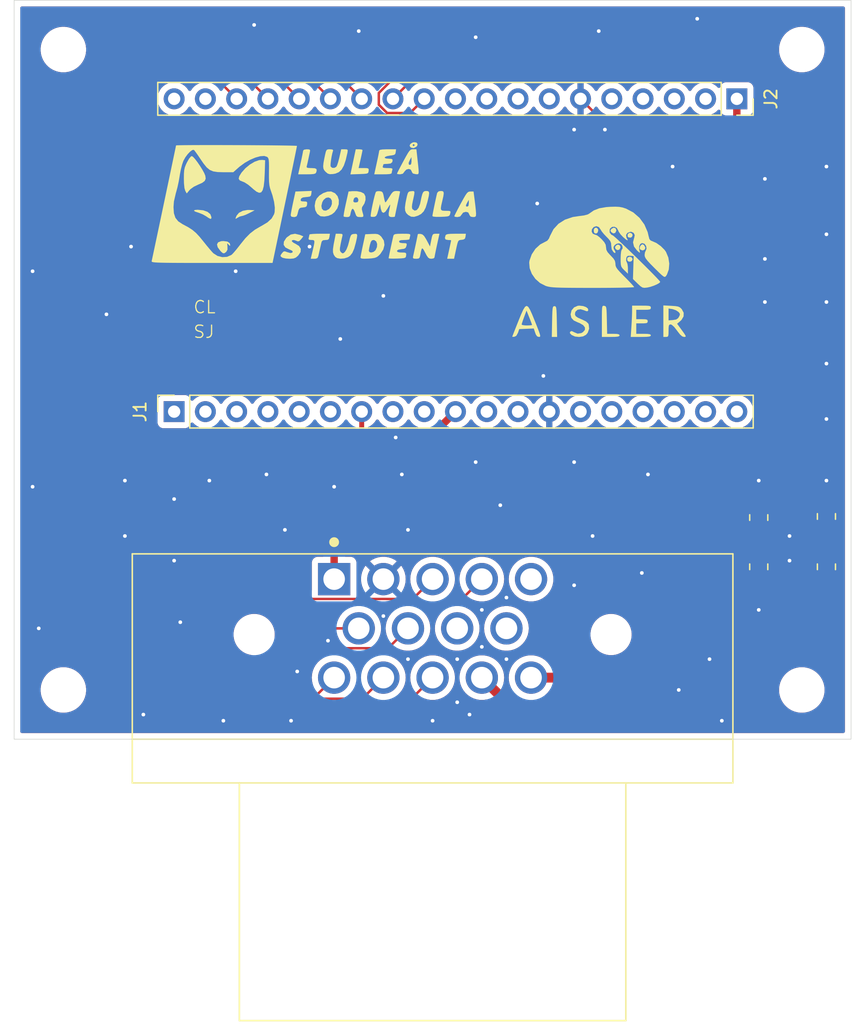
<source format=kicad_pcb>
(kicad_pcb (version 20240108) (generator "pcbnew") (generator_version "8.0")
  (layers (0 "F.Cu" signal) (31 "B.Cu" signal) (34 "B.Paste" user) (35 "F.Paste" user) (36 "B.SilkS" user "B.Silkscreen") (37 "F.SilkS" user "F.Silkscreen") (38 "B.Mask" user) (39 "F.Mask" user) (44 "Edge.Cuts" user))
  (net 0 "")
  (net 1 "Net-(J1-Pin_7)")
  (net 12 "Net-(J1-Pin_10)")
  (net 15 "GND")
  (net 18 "Net-(J2-Pin_16)")
  (net 19 "Net-(J2-Pin_12)")
  (net 23 "+5V")
  (net 24 "+3V3")
  (net 25 "res")
  (net 26 "Net-(J2-Pin_17)")
  (net 27 "Net-(J2-Pin_14)")
  (net 29 "Net-(J2-Pin_11)")
  (net 30 "Net-(J2-Pin_15)")
  (net 31 "CANL")
  (net 32 "CANH")
  (net 34 "Net-(J4-Pin_14)")
  (net 35 "Net-(J4-Pin_13)")
  (net 44 "Net-(J2-Pin_13)")
  (footprint "MountingHole:MountingHole_3.2mm_M3" (layer "F.Cu") (at 96 138)
    (property "Reference" "H2" (hide yes))
    (property "Value" "MountingHole" (hide yes))
    (pad "" np_thru_hole circle (at 0 0) (size 3.2 3.2) (drill 3.2) (layers "*.Cu" "*.Mask"))
  )
  (footprint "Connector_PinSocket_2.54mm:PinSocket_1x19_P2.54mm_Vertical" (layer "F.Cu") (at 45 115.4 90)
    (property "Reference" "J1" (at 0 -2.77 90) (layer "F.SilkS"))
    (property "Value" "ESP32 Connector")
    (pad "1" thru_hole rect (at 0 0 90) (size 1.7 1.7) (drill 1) (layers "*.Cu" "*.Mask"))
    (pad "2" thru_hole oval (at 0 2.54 90) (size 1.7 1.7) (drill 1) (layers "*.Cu" "*.Mask"))
    (pad "3" thru_hole oval (at 0 5.08 90) (size 1.7 1.7) (drill 1) (layers "*.Cu" "*.Mask"))
    (pad "4" thru_hole oval (at 0 7.62 90) (size 1.7 1.7) (drill 1) (layers "*.Cu" "*.Mask"))
    (pad "5" thru_hole oval (at 0 10.16 90) (size 1.7 1.7) (drill 1) (layers "*.Cu" "*.Mask"))
    (pad "6" thru_hole oval (at 0 12.7 90) (size 1.7 1.7) (drill 1) (layers "*.Cu" "*.Mask"))
    (pad "7" thru_hole oval (at 0 15.24 90) (size 1.7 1.7) (drill 1) (layers "*.Cu" "*.Mask") (net 1 "Net-(J1-Pin_7)"))
    (pad "8" thru_hole oval (at 0 17.78 90) (size 1.7 1.7) (drill 1) (layers "*.Cu" "*.Mask"))
    (pad "9" thru_hole oval (at 0 20.32 90) (size 1.7 1.7) (drill 1) (layers "*.Cu" "*.Mask"))
    (pad "10" thru_hole oval (at 0 22.86 90) (size 1.7 1.7) (drill 1) (layers "*.Cu" "*.Mask") (net 12 "Net-(J1-Pin_10)"))
    (pad "11" thru_hole oval (at 0 25.4 90) (size 1.7 1.7) (drill 1) (layers "*.Cu" "*.Mask"))
    (pad "12" thru_hole oval (at 0 27.94 90) (size 1.7 1.7) (drill 1) (layers "*.Cu" "*.Mask"))
    (pad "13" thru_hole oval (at 0 30.48 90) (size 1.7 1.7) (drill 1) (layers "*.Cu" "*.Mask") (net 15 "GND"))
    (pad "14" thru_hole oval (at 0 33.02 90) (size 1.7 1.7) (drill 1) (layers "*.Cu" "*.Mask"))
    (pad "15" thru_hole oval (at 0 35.56 90) (size 1.7 1.7) (drill 1) (layers "*.Cu" "*.Mask"))
    (pad "16" thru_hole oval (at 0 38.1 90) (size 1.7 1.7) (drill 1) (layers "*.Cu" "*.Mask"))
    (pad "17" thru_hole oval (at 0 40.64 90) (size 1.7 1.7) (drill 1) (layers "*.Cu" "*.Mask"))
    (pad "18" thru_hole oval (at 0 43.18 90) (size 1.7 1.7) (drill 1) (layers "*.Cu" "*.Mask"))
    (pad "19" thru_hole oval (at 0 45.72 90) (size 1.7 1.7) (drill 1) (layers "*.Cu" "*.Mask"))
  )
  (footprint "Egna:aislerlogga" (layer "F.Cu") (at 79.5 104)
    (property "Reference" "G***" (hide yes))
    (property "Value" "LOGO" (hide yes))
  )
  (footprint "Resistor_SMD:R_0805_2012Metric" (layer "F.Cu") (at 98 128 -90)
    (property "Reference" "R4" (hide yes))
    (property "Value" "3K" (hide yes))
    (pad "1" smd roundrect (at -0.9125 0 270) (size 1.025 1.4) (layers "F.Cu" "F.Paste" "F.Mask") (roundrect_rratio 0.243902) (net 29 "Net-(J2-Pin_11)"))
    (pad "2" smd roundrect (at 0.9125 0 270) (size 1.025 1.4) (layers "F.Cu" "F.Paste" "F.Mask") (roundrect_rratio 0.243902) (net 35 "Net-(J4-Pin_13)"))
  )
  (footprint "Egna:MCP2551" (layer "F.Cu") (at 49.13 122.1 180)
    (property "Reference" "J3" (hide yes))
    (property "Value" "MCP2551")
    (pad "1" smd rect (at 0 2.5 180) (size 0.6 1.55) (layers "F.Cu" "F.Paste" "F.Mask") (net 12 "Net-(J1-Pin_10)"))
    (pad "2" smd rect (at 1.27 2.5 180) (size 0.6 1.55) (layers "F.Cu" "F.Paste" "F.Mask") (net 15 "GND"))
    (pad "3" smd rect (at 2.54 2.5 180) (size 0.6 1.55) (layers "F.Cu" "F.Paste" "F.Mask") (net 23 "+5V"))
    (pad "4" smd rect (at 3.81 2.5 180) (size 0.6 1.55) (layers "F.Cu" "F.Paste" "F.Mask") (net 1 "Net-(J1-Pin_7)"))
    (pad "5" smd rect (at 3.81 -2.9 180) (size 0.6 1.55) (layers "F.Cu" "F.Paste" "F.Mask"))
    (pad "6" smd rect (at 2.54 -2.9 180) (size 0.6 1.55) (layers "F.Cu" "F.Paste" "F.Mask") (net 31 "CANL"))
    (pad "7" smd rect (at 1.27 -2.9 180) (size 0.6 1.55) (layers "F.Cu" "F.Paste" "F.Mask") (net 32 "CANH"))
    (pad "8" smd rect (at 0 -2.9 180) (size 0.6 1.55) (layers "F.Cu" "F.Paste" "F.Mask") (net 15 "GND"))
  )
  (footprint "Connector_PinSocket_2.54mm:PinSocket_1x19_P2.54mm_Vertical" (layer "F.Cu") (at 90.72 90 -90)
    (property "Reference" "J2" (at 0 -2.77 90) (layer "F.SilkS"))
    (property "Value" "Conn_01x19")
    (pad "1" thru_hole rect (at 0 0 270) (size 1.7 1.7) (drill 1) (layers "*.Cu" "*.Mask") (net 23 "+5V"))
    (pad "2" thru_hole oval (at 0 2.54 270) (size 1.7 1.7) (drill 1) (layers "*.Cu" "*.Mask"))
    (pad "3" thru_hole oval (at 0 5.08 270) (size 1.7 1.7) (drill 1) (layers "*.Cu" "*.Mask"))
    (pad "4" thru_hole oval (at 0 7.62 270) (size 1.7 1.7) (drill 1) (layers "*.Cu" "*.Mask"))
    (pad "5" thru_hole oval (at 0 10.16 270) (size 1.7 1.7) (drill 1) (layers "*.Cu" "*.Mask"))
    (pad "6" thru_hole oval (at 0 12.7 270) (size 1.7 1.7) (drill 1) (layers "*.Cu" "*.Mask") (net 15 "GND"))
    (pad "7" thru_hole oval (at 0 15.24 270) (size 1.7 1.7) (drill 1) (layers "*.Cu" "*.Mask"))
    (pad "8" thru_hole oval (at 0 17.78 270) (size 1.7 1.7) (drill 1) (layers "*.Cu" "*.Mask"))
    (pad "9" thru_hole oval (at 0 20.32 270) (size 1.7 1.7) (drill 1) (layers "*.Cu" "*.Mask"))
    (pad "10" thru_hole oval (at 0 22.86 270) (size 1.7 1.7) (drill 1) (layers "*.Cu" "*.Mask"))
    (pad "11" thru_hole oval (at 0 25.4 270) (size 1.7 1.7) (drill 1) (layers "*.Cu" "*.Mask") (net 29 "Net-(J2-Pin_11)"))
    (pad "12" thru_hole oval (at 0 27.94 270) (size 1.7 1.7) (drill 1) (layers "*.Cu" "*.Mask") (net 19 "Net-(J2-Pin_12)"))
    (pad "13" thru_hole oval (at 0 30.48 270) (size 1.7 1.7) (drill 1) (layers "*.Cu" "*.Mask") (net 44 "Net-(J2-Pin_13)"))
    (pad "14" thru_hole oval (at 0 33.02 270) (size 1.7 1.7) (drill 1) (layers "*.Cu" "*.Mask") (net 27 "Net-(J2-Pin_14)"))
    (pad "15" thru_hole oval (at 0 35.56 270) (size 1.7 1.7) (drill 1) (layers "*.Cu" "*.Mask") (net 30 "Net-(J2-Pin_15)"))
    (pad "16" thru_hole oval (at 0 38.1 270) (size 1.7 1.7) (drill 1) (layers "*.Cu" "*.Mask") (net 18 "Net-(J2-Pin_16)"))
    (pad "17" thru_hole oval (at 0 40.64 270) (size 1.7 1.7) (drill 1) (layers "*.Cu" "*.Mask") (net 26 "Net-(J2-Pin_17)"))
    (pad "18" thru_hole oval (at 0 43.18 270) (size 1.7 1.7) (drill 1) (layers "*.Cu" "*.Mask") (net 25 "res"))
    (pad "19" thru_hole oval (at 0 45.72 270) (size 1.7 1.7) (drill 1) (layers "*.Cu" "*.Mask") (net 24 "+3V3"))
  )
  (footprint "Egna:TE_776267-1" (layer "F.Cu") (at 66 133)
    (property "Reference" "J4" (hide yes))
    (property "Value" "Conn_01x14")
    (pad "" np_thru_hole circle (at -14.5 0.5) (size 2.85 2.85) (drill 2.85) (layers "*.Cu" "*.Mask"))
    (pad "" np_thru_hole circle (at 14.5 0.5) (size 2.85 2.85) (drill 2.85) (layers "*.Cu" "*.Mask"))
    (pad "1" thru_hole rect (at -8 -4) (size 2.625 2.625) (drill 1.75) (layers "*.Cu" "*.Mask") (net 23 "+5V"))
    (pad "2" thru_hole circle (at -4 -4) (size 2.625 2.625) (drill 1.75) (layers "*.Cu" "*.Mask") (net 15 "GND"))
    (pad "3" thru_hole circle (at 0 -4) (size 2.625 2.625) (drill 1.75) (layers "*.Cu" "*.Mask") (net 32 "CANH"))
    (pad "4" thru_hole circle (at 4 -4) (size 2.625 2.625) (drill 1.75) (layers "*.Cu" "*.Mask") (net 31 "CANL"))
    (pad "5" thru_hole circle (at 8 -4) (size 2.625 2.625) (drill 1.75) (layers "*.Cu" "*.Mask"))
    (pad "6" thru_hole circle (at -6 0) (size 2.625 2.625) (drill 1.75) (layers "*.Cu" "*.Mask") (net 26 "Net-(J2-Pin_17)"))
    (pad "7" thru_hole circle (at -2 0) (size 2.625 2.625) (drill 1.75) (layers "*.Cu" "*.Mask") (net 18 "Net-(J2-Pin_16)"))
    (pad "8" thru_hole circle (at 2 0) (size 2.625 2.625) (drill 1.75) (layers "*.Cu" "*.Mask"))
    (pad "9" thru_hole circle (at 6 0) (size 2.625 2.625) (drill 1.75) (layers "*.Cu" "*.Mask"))
    (pad "10" thru_hole circle (at -8 4) (size 2.625 2.625) (drill 1.75) (layers "*.Cu" "*.Mask") (net 30 "Net-(J2-Pin_15)"))
    (pad "11" thru_hole circle (at -4 4) (size 2.625 2.625) (drill 1.75) (layers "*.Cu" "*.Mask") (net 27 "Net-(J2-Pin_14)"))
    (pad "12" thru_hole circle (at 0 4) (size 2.625 2.625) (drill 1.75) (layers "*.Cu" "*.Mask") (net 44 "Net-(J2-Pin_13)"))
    (pad "13" thru_hole circle (at 4 4) (size 2.625 2.625) (drill 1.75) (layers "*.Cu" "*.Mask") (net 35 "Net-(J4-Pin_13)"))
    (pad "14" thru_hole circle (at 8 4) (size 2.625 2.625) (drill 1.75) (layers "*.Cu" "*.Mask") (net 34 "Net-(J4-Pin_14)"))
  )
  (footprint "MountingHole:MountingHole_3.2mm_M3" (layer "F.Cu") (at 96 86)
    (property "Reference" "H4" (hide yes))
    (property "Value" "MountingHole")
    (pad "" np_thru_hole circle (at 0 0) (size 3.2 3.2) (drill 3.2) (layers "*.Cu" "*.Mask"))
  )
  (footprint "Resistor_SMD:R_0805_2012Metric" (layer "F.Cu") (at 92.5 124 -90)
    (property "Reference" "R1" (hide yes))
    (property "Value" "1K" (hide yes))
    (pad "1" smd roundrect (at -0.9125 0 270) (size 1.025 1.4) (layers "F.Cu" "F.Paste" "F.Mask") (roundrect_rratio 0.243902) (net 15 "GND"))
    (pad "2" smd roundrect (at 0.9125 0 270) (size 1.025 1.4) (layers "F.Cu" "F.Paste" "F.Mask") (roundrect_rratio 0.243902) (net 19 "Net-(J2-Pin_12)"))
  )
  (footprint "MountingHole:MountingHole_3.2mm_M3" (layer "F.Cu") (at 36 86)
    (property "Reference" "H3" (hide yes))
    (property "Value" "MountingHole")
    (pad "" np_thru_hole circle (at 0 0) (size 3.2 3.2) (drill 3.2) (layers "*.Cu" "*.Mask"))
  )
  (footprint "Egna:lulealogga" (layer "F.Cu") (at 56.5 98.5)
    (property "Reference" "G***" (hide yes))
    (property "Value" "LOGO" (hide yes))
  )
  (footprint "MountingHole:MountingHole_3.2mm_M3" (layer "F.Cu") (at 36 138)
    (property "Reference" "H1" (hide yes))
    (property "Value" "MountingHole")
    (pad "" np_thru_hole circle (at 0 0) (size 3.2 3.2) (drill 3.2) (layers "*.Cu" "*.Mask"))
  )
  (footprint "Resistor_SMD:R_0805_2012Metric" (layer "F.Cu") (at 92.5 128 -90)
    (property "Reference" "R3" (hide yes))
    (property "Value" "3K" (hide yes))
    (pad "1" smd roundrect (at -0.9125 0 270) (size 1.025 1.4) (layers "F.Cu" "F.Paste" "F.Mask") (roundrect_rratio 0.243902) (net 19 "Net-(J2-Pin_12)"))
    (pad "2" smd roundrect (at 0.9125 0 270) (size 1.025 1.4) (layers "F.Cu" "F.Paste" "F.Mask") (roundrect_rratio 0.243902) (net 34 "Net-(J4-Pin_14)"))
  )
  (footprint "Resistor_SMD:R_0805_2012Metric" (layer "F.Cu") (at 98 123.9125 -90)
    (property "Reference" "R2" (hide yes))
    (property "Value" "1K" (hide yes))
    (pad "1" smd roundrect (at -0.9125 0 270) (size 1.025 1.4) (layers "F.Cu" "F.Paste" "F.Mask") (roundrect_rratio 0.243902) (net 15 "GND"))
    (pad "2" smd roundrect (at 0.9125 0 270) (size 1.025 1.4) (layers "F.Cu" "F.Paste" "F.Mask") (roundrect_rratio 0.243902) (net 29 "Net-(J2-Pin_11)"))
  )
  (gr_rect (start 32 82) (end 100 142) (stroke (width 0.05)) (fill none) (layer "Edge.Cuts"))
  (gr_text "CL" (at 46.5 107.5 0) (layer "F.SilkS") (effects (font (size 1 1) (thickness 0.1)) (justify left bottom)))
  (gr_text "SJ" (at 46.5 109.5 0) (layer "F.SilkS") (effects (font (size 1 1) (thickness 0.1)) (justify left bottom)))
  (segment (start 45.32 119.6) (end 45.32 119.125) (width 0.4) (layer "F.Cu") (net 1))
  (segment (start 60 117.5) (end 60.24 117.26) (width 0.4) (layer "F.Cu") (net 1))
  (segment (start 60.24 117.26) (end 60.24 115.4) (width 0.4) (layer "F.Cu") (net 1))
  (segment (start 46.945 117.5) (end 60 117.5) (width 0.4) (layer "F.Cu") (net 1))
  (segment (start 45.32 119.125) (end 46.945 117.5) (width 0.4) (layer "F.Cu") (net 1))
  (segment (start 64.53 118.73) (end 67.86 115.4) (width 0.6) (layer "F.Cu") (net 12))
  (segment (start 49.13 119.6) (end 50 118.73) (width 0.6) (layer "F.Cu") (net 12))
  (segment (start 50 118.73) (end 64.53 118.73) (width 0.6) (layer "F.Cu") (net 12))
  (segment (start 75.08 115) (end 75 115) (width 0.2) (layer "F.Cu") (net 15))
  (segment (start 75.48 115.4) (end 75.08 115) (width 0.2) (layer "F.Cu") (net 15))
  (segment (start 47.86 119.6) (end 47.86 121) (width 0.6) (layer "F.Cu") (net 15))
  (segment (start 75 112.5) (end 75.48 112.98) (width 0.2) (layer "F.Cu") (net 15))
  (segment (start 77.5 92.5) (end 78.02 91.98) (width 0.2) (layer "F.Cu") (net 15))
  (segment (start 78.02 91.98) (end 78.02 90) (width 0.2) (layer "F.Cu") (net 15))
  (segment (start 80 91.98) (end 78.02 90) (width 0.2) (layer "F.Cu") (net 15))
  (segment (start 92.5 123.0875) (end 92.5 121) (width 0.2) (layer "F.Cu") (net 15))
  (segment (start 80 92.5) (end 80 91.98) (width 0.2) (layer "F.Cu") (net 15))
  (segment (start 98 123) (end 98 121) (width 0.2) (layer "F.Cu") (net 15))
  (segment (start 75.48 112.98) (end 75.48 115.4) (width 0.2) (layer "F.Cu") (net 15))
  (via (at 89.5 140.5) (size 0.6) (drill 0.3) (layers "F.Cu" "B.Cu") (net 15))
  (via (at 69.5 85) (size 0.6) (drill 0.3) (layers "F.Cu" "B.Cu") (net 15))
  (via (at 64 125) (size 0.6) (drill 0.3) (layers "F.Cu" "B.Cu") (net 15))
  (via (at 70 134.5) (size 0.6) (drill 0.3) (layers "F.Cu" "B.Cu") (net 15))
  (via (at 41.5 102) (size 0.6) (drill 0.3) (layers "F.Cu" "B.Cu") (net 15))
  (via (at 45 127.5) (size 0.6) (drill 0.3) (layers "F.Cu" "B.Cu") (net 15))
  (via (at 68 135.5) (size 0.6) (drill 0.3) (layers "F.Cu" "B.Cu") (net 15))
  (via (at 33.5 121.5) (size 0.6) (drill 0.3) (layers "F.Cu" "B.Cu") (net 15))
  (via (at 92.5 131.5) (size 0.6) (drill 0.3) (layers "F.Cu" "B.Cu") (net 15))
  (via (at 83.5 120.5) (size 0.6) (drill 0.3) (layers "F.Cu" "B.Cu") (net 15))
  (via (at 33.5 104) (size 0.6) (drill 0.3) (layers "F.Cu" "B.Cu") (net 15))
  (via (at 34 133) (size 0.6) (drill 0.3) (layers "F.Cu" "B.Cu") (net 15))
  (via (at 77.5 92.5) (size 0.6) (drill 0.3) (layers "F.Cu" "B.Cu") (net 15))
  (via (at 79 125.5) (size 0.6) (drill 0.3) (layers "F.Cu" "B.Cu") (net 15))
  (via (at 85.5 95.5) (size 0.6) (drill 0.3) (layers "F.Cu" "B.Cu") (net 15))
  (via (at 72 135.5) (size 0.6) (drill 0.3) (layers "F.Cu" "B.Cu") (net 15))
  (via (at 86 138) (size 0.6) (drill 0.3) (layers "F.Cu" "B.Cu") (net 15))
  (via (at 58 121.5) (size 0.6) (drill 0.3) (layers "F.Cu" "B.Cu") (net 15))
  (via (at 68 139) (size 0.6) (drill 0.3) (layers "F.Cu" "B.Cu") (net 15))
  (via (at 98 106.5) (size 0.6) (drill 0.3) (layers "F.Cu" "B.Cu") (net 15))
  (via (at 41 121) (size 0.6) (drill 0.3) (layers "F.Cu" "B.Cu") (net 15))
  (via (at 74.5 98.5) (size 0.6) (drill 0.3) (layers "F.Cu" "B.Cu") (net 15))
  (via (at 62 132) (size 0.6) (drill 0.3) (layers "F.Cu" "B.Cu") (net 15))
  (via (at 60 84.5) (size 0.6) (drill 0.3) (layers "F.Cu" "B.Cu") (net 15))
  (via (at 45 122.5) (size 0.6) (drill 0.3) (layers "F.Cu" "B.Cu") (net 15))
  (via (at 41 125.5) (size 0.6) (drill 0.3) (layers "F.Cu" "B.Cu") (net 15))
  (via (at 52.5 120.5) (size 0.6) (drill 0.3) (layers "F.Cu" "B.Cu") (net 15))
  (via (at 42.5 140) (size 0.6) (drill 0.3) (layers "F.Cu" "B.Cu") (net 15))
  (via (at 95 127.5) (size 0.6) (drill 0.3) (layers "F.Cu" "B.Cu") (net 15))
  (via (at 64 135.5) (size 0.6) (drill 0.3) (layers "F.Cu" "B.Cu") (net 15))
  (via (at 54 125) (size 0.6) (drill 0.3) (layers "F.Cu" "B.Cu") (net 15))
  (via (at 93 96.5) (size 0.6) (drill 0.3) (layers "F.Cu" "B.Cu") (net 15))
  (via (at 47.86 121) (size 0.6) (drill 0.3) (layers "F.Cu" "B.Cu") (net 15))
  (via (at 54.5 140.5) (size 0.6) (drill 0.3) (layers "F.Cu" "B.Cu") (net 15))
  (via (at 51.5 84) (size 0.6) (drill 0.3) (layers "F.Cu" "B.Cu") (net 15))
  (via (at 62 106) (size 0.6) (drill 0.3) (layers "F.Cu" "B.Cu") (net 15))
  (via (at 98 116) (size 0.6) (drill 0.3) (layers "F.Cu" "B.Cu") (net 15))
  (via (at 79.5 84.5) (size 0.6) (drill 0.3) (layers "F.Cu" "B.Cu") (net 15))
  (via (at 55 136.5) (size 0.6) (drill 0.3) (layers "F.Cu" "B.Cu") (net 15))
  (via (at 93 106.5) (size 0.6) (drill 0.3) (layers "F.Cu" "B.Cu") (net 15))
  (via (at 66 140.5) (size 0.6) (drill 0.3) (layers "F.Cu" "B.Cu") (net 15))
  (via (at 98 121) (size 0.6) (drill 0.3) (layers "F.Cu" "B.Cu") (net 15))
  (via (at 98 95.5) (size 0.6) (drill 0.3) (layers "F.Cu" "B.Cu") (net 15))
  (via (at 75 112.5) (size 0.6) (drill 0.3) (layers "F.Cu" "B.Cu") (net 15))
  (via (at 63.5 120.5) (size 0.6) (drill 0.3) (layers "F.Cu" "B.Cu") (net 15))
  (via (at 39.5 107.5) (size 0.6) (drill 0.3) (layers "F.Cu" "B.Cu") (net 15))
  (via (at 63 117.5) (size 0.6) (drill 0.3) (layers "F.Cu" "B.Cu") (net 15))
  (via (at 57.5 134) (size 0.6) (drill 0.3) (layers "F.Cu" "B.Cu") (net 15))
  (via (at 50 104) (size 0.6) (drill 0.3) (layers "F.Cu" "B.Cu") (net 15))
  (via (at 92.5 121) (size 0.6) (drill 0.3) (layers "F.Cu" "B.Cu") (net 15))
  (via (at 80 92.5) (size 0.6) (drill 0.3) (layers "F.Cu" "B.Cu") (net 15))
  (via (at 83 128.5) (size 0.6) (drill 0.3) (layers "F.Cu" "B.Cu") (net 15))
  (via (at 93 103) (size 0.6) (drill 0.3) (layers "F.Cu" "B.Cu") (net 15))
  (via (at 72 130.5) (size 0.6) (drill 0.3) (layers "F.Cu" "B.Cu") (net 15))
  (via (at 58.5 109.5) (size 0.6) (drill 0.3) (layers "F.Cu" "B.Cu") (net 15))
  (via (at 87.5 83.5) (size 0.6) (drill 0.3) (layers "F.Cu" "B.Cu") (net 15))
  (via (at 45.5 132.5) (size 0.6) (drill 0.3) (layers "F.Cu" "B.Cu") (net 15))
  (via (at 70 131.5) (size 0.6) (drill 0.3) (layers "F.Cu" "B.Cu") (net 15))
  (via (at 71.5 123) (size 0.6) (drill 0.3) (layers "F.Cu" "B.Cu") (net 15))
  (via (at 77.5 129.5) (size 0.6) (drill 0.3) (layers "F.Cu" "B.Cu") (net 15))
  (via (at 98 111.5) (size 0.6) (drill 0.3) (layers "F.Cu" "B.Cu") (net 15))
  (via (at 69.5 119.5) (size 0.6) (drill 0.3) (layers "F.Cu" "B.Cu") (net 15))
  (via (at 95 125.5) (size 0.6) (drill 0.3) (layers "F.Cu" "B.Cu") (net 15))
  (via (at 69 140) (size 0.6) (drill 0.3) (layers "F.Cu" "B.Cu") (net 15))
  (via (at 98 101) (size 0.6) (drill 0.3) (layers "F.Cu" "B.Cu") (net 15))
  (via (at 56 102) (size 0.6) (drill 0.3) (layers "F.Cu" "B.Cu") (net 15))
  (via (at 49 140.5) (size 0.6) (drill 0.3) (layers "F.Cu" "B.Cu") (net 15))
  (via (at 88.5 135.5) (size 0.6) (drill 0.3) (layers "F.Cu" "B.Cu") (net 15))
  (via (at 77.5 119.5) (size 0.6) (drill 0.3) (layers "F.Cu" "B.Cu") (net 15))
  (segment (start 62.3875 134.6125) (end 64 133) (width 0.2) (layer "F.Cu") (net 18))
  (segment (start 56.1125 134.6125) (end 62.3875 134.6125) (width 0.2) (layer "F.Cu") (net 18))
  (segment (start 42.334314 87.1) (end 37.1 92.334314) (width 0.2) (layer "F.Cu") (net 18))
  (segment (start 49.72 87.1) (end 42.334314 87.1) (width 0.2) (layer "F.Cu") (net 18))
  (segment (start 44.5 137.5) (end 52 137.5) (width 0.2) (layer "F.Cu") (net 18))
  (segment (start 52.62 90) (end 49.72 87.1) (width 0.2) (layer "F.Cu") (net 18))
  (segment (start 55 134.5) (end 56 134.5) (width 0.2) (layer "F.Cu") (net 18))
  (segment (start 37.1 92.334314) (end 37.1 130.1) (width 0.2) (layer "F.Cu") (net 18))
  (segment (start 52 137.5) (end 55 134.5) (width 0.2) (layer "F.Cu") (net 18))
  (segment (start 37.1 130.1) (end 44.5 137.5) (width 0.2) (layer "F.Cu") (net 18))
  (segment (start 56 134.5) (end 56.1125 134.6125) (width 0.2) (layer "F.Cu") (net 18))
  (segment (start 62.78 90) (end 65.28 87.5) (width 0.2) (layer "F.Cu") (net 19))
  (segment (start 95 90) (end 95 122.4125) (width 0.2) (layer "F.Cu") (net 19))
  (segment (start 95 122.4125) (end 92.5 124.9125) (width 0.2) (layer "F.Cu") (net 19))
  (segment (start 65.28 87.5) (end 92.5 87.5) (width 0.2) (layer "F.Cu") (net 19))
  (segment (start 92.5 127.0875) (end 92.5 124.9125) (width 0.2) (layer "F.Cu") (net 19))
  (segment (start 92.5 124.5) (end 92.5 125) (width 0.2) (layer "F.Cu") (net 19))
  (segment (start 92.5 87.5) (end 95 90) (width 0.2) (layer "F.Cu") (net 19))
  (segment (start 60.205736 122) (end 89.5 122) (width 0.6) (layer "F.Cu") (net 23))
  (segment (start 46.59 119.6) (end 46.59 119.125) (width 0.2) (layer "F.Cu") (net 23))
  (segment (start 55.9 122.1) (end 57.5 120.5) (width 0.6) (layer "F.Cu") (net 23))
  (segment (start 58 129) (end 58 124.205736) (width 0.6) (layer "F.Cu") (net 23))
  (segment (start 92.5 119) (end 93.5 119) (width 0.6) (layer "F.Cu") (net 23))
  (segment (start 93.5 113) (end 90.72 110.22) (width 0.6) (layer "F.Cu") (net 23))
  (segment (start 58 124.205736) (end 55.894264 122.1) (width 0.6) (layer "F.Cu") (net 23))
  (segment (start 57.5 120.5) (end 58.705736 120.5) (width 0.6) (layer "F.Cu") (net 23))
  (segment (start 46.59 120.861371) (end 46.59 119.6) (width 0.6) (layer "F.Cu") (net 23))
  (segment (start 58 124.205736) (end 60.205736 122) (width 0.6) (layer "F.Cu") (net 23))
  (segment (start 47.828629 122.1) (end 46.59 120.861371) (width 0.6) (layer "F.Cu") (net 23))
  (segment (start 55.894264 122.1) (end 55.9 122.1) (width 0.6) (layer "F.Cu") (net 23))
  (segment (start 90.72 110.22) (end 90.72 90) (width 0.6) (layer "F.Cu") (net 23))
  (segment (start 89.5 122) (end 92.5 119) (width 0.6) (layer "F.Cu") (net 23))
  (segment (start 58.705736 120.5) (end 60.205736 122) (width 0.6) (layer "F.Cu") (net 23))
  (segment (start 55.9 122.1) (end 47.828629 122.1) (width 0.6) (layer "F.Cu") (net 23))
  (segment (start 93.5 119) (end 93.5 113) (width 0.6) (layer "F.Cu") (net 23))
  (segment (start 37.5 129.5) (end 37.5 92.5) (width 0.2) (layer "F.Cu") (net 26))
  (segment (start 42.5 87.5) (end 47.58 87.5) (width 0.2) (layer "F.Cu") (net 26))
  (segment (start 55 133) (end 52 136) (width 0.2) (layer "F.Cu") (net 26))
  (segment (start 60 133) (end 55 133) (width 0.2) (layer "F.Cu") (net 26))
  (segment (start 47.58 87.5) (end 50.08 90) (width 0.2) (layer "F.Cu") (net 26))
  (segment (start 52 136) (end 44 136) (width 0.2) (layer "F.Cu") (net 26))
  (segment (start 44 136) (end 37.5 129.5) (width 0.2) (layer "F.Cu") (net 26))
  (segment (start 37.5 92.5) (end 42.5 87.5) (width 0.2) (layer "F.Cu") (net 26))
  (segment (start 62 137) (end 60.2875 138.7125) (width 0.2) (layer "F.Cu") (net 27))
  (segment (start 42.002942 86.3) (end 54 86.3) (width 0.2) (layer "F.Cu") (net 27))
  (segment (start 36.3 92.002942) (end 42.002942 86.3) (width 0.2) (layer "F.Cu") (net 27))
  (segment (start 60.2875 138.7125) (end 44.581128 138.7125) (width 0.2) (layer "F.Cu") (net 27))
  (segment (start 54 86.3) (end 57.7 90) (width 0.2) (layer "F.Cu") (net 27))
  (segment (start 36.3 130.431372) (end 36.3 92.002942) (width 0.2) (layer "F.Cu") (net 27))
  (segment (start 44.581128 138.7125) (end 36.3 130.431372) (width 0.2) (layer "F.Cu") (net 27))
  (segment (start 62.303654 91.15) (end 61.63 90.476346) (width 0.2) (layer "F.Cu") (net 29))
  (segment (start 65.32 90) (end 64.17 91.15) (width 0.2) (layer "F.Cu") (net 29))
  (segment (start 64.17 91.15) (end 62.303654 91.15) (width 0.2) (layer "F.Cu") (net 29))
  (segment (start 64.053654 87.1) (end 93.1 87.1) (width 0.2) (layer "F.Cu") (net 29))
  (segment (start 93.1 87.1) (end 96 90) (width 0.2) (layer "F.Cu") (net 29))
  (segment (start 96 90) (end 96 124.25) (width 0.2) (layer "F.Cu") (net 29))
  (segment (start 61.63 89.523654) (end 64.053654 87.1) (width 0.2) (layer "F.Cu") (net 29))
  (segment (start 61.63 90.476346) (end 61.63 89.523654) (width 0.2) (layer "F.Cu") (net 29))
  (segment (start 96 124.25) (end 96.575 124.825) (width 0.2) (layer "F.Cu") (net 29))
  (segment (start 98 127.0875) (end 98 124.825) (width 0.2) (layer "F.Cu") (net 29))
  (segment (start 96.575 124.825) (end 98 124.825) (width 0.2) (layer "F.Cu") (net 29))
  (segment (start 36.7 130.265686) (end 36.7 92.168628) (width 0.2) (layer "F.Cu") (net 30))
  (segment (start 58 137) (end 56.6875 138.3125) (width 0.2) (layer "F.Cu") (net 30))
  (segment (start 51.86 86.7) (end 55.16 90) (width 0.2) (layer "F.Cu") (net 30))
  (segment (start 36.7 92.168628) (end 42.168628 86.7) (width 0.2) (layer "F.Cu") (net 30))
  (segment (start 56.6875 138.3125) (end 44.746814 138.3125) (width 0.2) (layer "F.Cu") (net 30))
  (segment (start 44.746814 138.3125) (end 36.7 130.265686) (width 0.2) (layer "F.Cu") (net 30))
  (segment (start 42.168628 86.7) (end 51.86 86.7) (width 0.2) (layer "F.Cu") (net 30))
  (segment (start 52.1275 131.0125) (end 46.59 125.475) (width 0.2) (layer "F.Cu") (net 31))
  (segment (start 46.59 125.475) (end 46.59 125) (width 0.2) (layer "F.Cu") (net 31))
  (segment (start 67.9875 131.0125) (end 52.1275 131.0125) (width 0.2) (layer "F.Cu") (net 31))
  (segment (start 70 129) (end 67.9875 131.0125) (width 0.2) (layer "F.Cu") (net 31))
  (segment (start 53.1125 130.6125) (end 47.86 125.36) (width 0.2) (layer "F.Cu") (net 32))
  (segment (start 47.86 125.475) (end 47.86 125) (width 0.2) (layer "F.Cu") (net 32))
  (segment (start 64.3875 130.6125) (end 53.1125 130.6125) (width 0.2) (layer "F.Cu") (net 32))
  (segment (start 66 129) (end 64.3875 130.6125) (width 0.2) (layer "F.Cu") (net 32))
  (segment (start 47.86 125.36) (end 47.86 125) (width 0.2) (layer "F.Cu") (net 32))
  (segment (start 47.86 124.525) (end 47.86 125) (width 0.2) (layer "F.Cu") (net 32))
  (segment (start 84.4125 137) (end 92.5 128.9125) (width 0.8) (layer "F.Cu") (net 34))
  (segment (start 74 137) (end 84.4125 137) (width 0.8) (layer "F.Cu") (net 34))
  (segment (start 72.5 139.5) (end 87.4125 139.5) (width 0.8) (layer "F.Cu") (net 35))
  (segment (start 87.4125 139.5) (end 98 128.9125) (width 0.8) (layer "F.Cu") (net 35))
  (segment (start 70 137) (end 72.5 139.5) (width 0.8) (layer "F.Cu") (net 35))
  (segment (start 56.14 85.9) (end 60.24 90) (width 0.2) (layer "F.Cu") (net 44))
  (segment (start 63.8875 139.1125) (end 44.1125 139.1125) (width 0.2) (layer "F.Cu") (net 44))
  (segment (start 41.837256 85.9) (end 56.14 85.9) (width 0.2) (layer "F.Cu") (net 44))
  (segment (start 66 137) (end 63.8875 139.1125) (width 0.2) (layer "F.Cu") (net 44))
  (segment (start 35.9 130.9) (end 35.9 91.837256) (width 0.2) (layer "F.Cu") (net 44))
  (segment (start 35.9 91.837256) (end 41.837256 85.9) (width 0.2) (layer "F.Cu") (net 44))
  (segment (start 44.1125 139.1125) (end 35.9 130.9) (width 0.2) (layer "F.Cu") (net 44))
  (zone (net 15) (net_name "GND") (layers "F&B.Cu") (connect_pads (clearance 0.5)) (min_thickness 0.25) (fill yes (thermal_gap 0.5) (thermal_bridge_width 0.5))
    (polygon (pts (xy 100 142) (xy 100 82) (xy 32 82) (xy 32 142)))
  )
)
</source>
